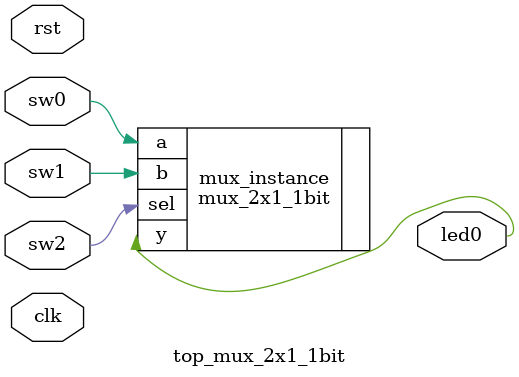
<source format=v>

module top_mux_2x1_1bit(
	input clk,
	input rst,
	input sw0,
	input sw1,
	input sw2,
	output led0

);

mux_2x1_1bit mux_instance(
	.a(sw0),
	.b(sw1),
	.sel(sw2),
	.y(led0)
);
endmodule


</source>
